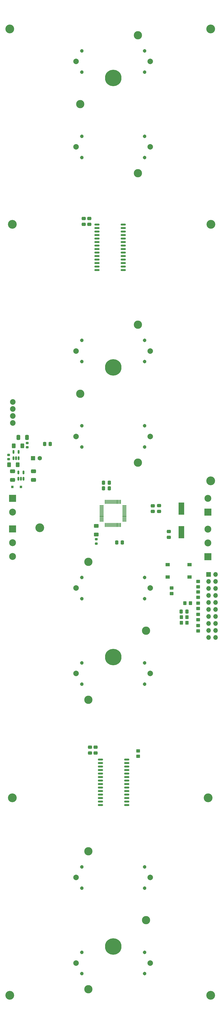
<source format=gbr>
%TF.GenerationSoftware,KiCad,Pcbnew,(6.0.6-0)*%
%TF.CreationDate,2022-11-06T01:46:37-08:00*%
%TF.ProjectId,Slave Board,536c6176-6520-4426-9f61-72642e6b6963,rev?*%
%TF.SameCoordinates,Original*%
%TF.FileFunction,Soldermask,Top*%
%TF.FilePolarity,Negative*%
%FSLAX46Y46*%
G04 Gerber Fmt 4.6, Leading zero omitted, Abs format (unit mm)*
G04 Created by KiCad (PCBNEW (6.0.6-0)) date 2022-11-06 01:46:37*
%MOMM*%
%LPD*%
G01*
G04 APERTURE LIST*
G04 Aperture macros list*
%AMRoundRect*
0 Rectangle with rounded corners*
0 $1 Rounding radius*
0 $2 $3 $4 $5 $6 $7 $8 $9 X,Y pos of 4 corners*
0 Add a 4 corners polygon primitive as box body*
4,1,4,$2,$3,$4,$5,$6,$7,$8,$9,$2,$3,0*
0 Add four circle primitives for the rounded corners*
1,1,$1+$1,$2,$3*
1,1,$1+$1,$4,$5*
1,1,$1+$1,$6,$7*
1,1,$1+$1,$8,$9*
0 Add four rect primitives between the rounded corners*
20,1,$1+$1,$2,$3,$4,$5,0*
20,1,$1+$1,$4,$5,$6,$7,0*
20,1,$1+$1,$6,$7,$8,$9,0*
20,1,$1+$1,$8,$9,$2,$3,0*%
G04 Aperture macros list end*
%ADD10RoundRect,0.250000X0.337500X0.475000X-0.337500X0.475000X-0.337500X-0.475000X0.337500X-0.475000X0*%
%ADD11RoundRect,0.250000X-0.350000X-0.450000X0.350000X-0.450000X0.350000X0.450000X-0.350000X0.450000X0*%
%ADD12RoundRect,0.250000X0.400000X0.625000X-0.400000X0.625000X-0.400000X-0.625000X0.400000X-0.625000X0*%
%ADD13RoundRect,0.075000X0.662500X0.075000X-0.662500X0.075000X-0.662500X-0.075000X0.662500X-0.075000X0*%
%ADD14RoundRect,0.075000X0.075000X0.662500X-0.075000X0.662500X-0.075000X-0.662500X0.075000X-0.662500X0*%
%ADD15C,3.200000*%
%ADD16RoundRect,0.250000X0.350000X0.450000X-0.350000X0.450000X-0.350000X-0.450000X0.350000X-0.450000X0*%
%ADD17C,3.000000*%
%ADD18C,2.000000*%
%ADD19C,6.000000*%
%ADD20C,1.305560*%
%ADD21RoundRect,0.218750X0.256250X-0.218750X0.256250X0.218750X-0.256250X0.218750X-0.256250X-0.218750X0*%
%ADD22R,1.700000X1.700000*%
%ADD23O,1.700000X1.700000*%
%ADD24RoundRect,0.250000X-0.412500X-0.650000X0.412500X-0.650000X0.412500X0.650000X-0.412500X0.650000X0*%
%ADD25RoundRect,0.218750X-0.256250X0.218750X-0.256250X-0.218750X0.256250X-0.218750X0.256250X0.218750X0*%
%ADD26RoundRect,0.150000X-0.750000X-0.150000X0.750000X-0.150000X0.750000X0.150000X-0.750000X0.150000X0*%
%ADD27RoundRect,0.150000X0.150000X-0.512500X0.150000X0.512500X-0.150000X0.512500X-0.150000X-0.512500X0*%
%ADD28RoundRect,0.250000X0.475000X-0.337500X0.475000X0.337500X-0.475000X0.337500X-0.475000X-0.337500X0*%
%ADD29RoundRect,0.250000X-0.650000X0.412500X-0.650000X-0.412500X0.650000X-0.412500X0.650000X0.412500X0*%
%ADD30RoundRect,0.250000X0.450000X-0.350000X0.450000X0.350000X-0.450000X0.350000X-0.450000X-0.350000X0*%
%ADD31RoundRect,0.250000X-0.400000X-0.625000X0.400000X-0.625000X0.400000X0.625000X-0.400000X0.625000X0*%
%ADD32C,2.020000*%
%ADD33RoundRect,0.250000X-0.450000X0.350000X-0.450000X-0.350000X0.450000X-0.350000X0.450000X0.350000X0*%
%ADD34R,2.500000X2.500000*%
%ADD35C,2.500000*%
%ADD36RoundRect,0.250000X-0.337500X-0.475000X0.337500X-0.475000X0.337500X0.475000X-0.337500X0.475000X0*%
%ADD37R,1.600000X1.600000*%
%ADD38C,1.600000*%
%ADD39RoundRect,0.250000X-0.625000X0.400000X-0.625000X-0.400000X0.625000X-0.400000X0.625000X0.400000X0*%
%ADD40RoundRect,0.250000X0.650000X-0.412500X0.650000X0.412500X-0.650000X0.412500X-0.650000X-0.412500X0*%
%ADD41R,1.550000X1.300000*%
%ADD42R,2.000000X4.500000*%
%ADD43R,0.900000X0.950000*%
G04 APERTURE END LIST*
D10*
%TO.C,C25*%
X222037500Y-180000000D03*
X219962500Y-180000000D03*
%TD*%
D11*
%TO.C,R18*%
X269764000Y-242824000D03*
X271764000Y-242824000D03*
%TD*%
D12*
%TO.C,R21*%
X210134800Y-187553600D03*
X207034800Y-187553600D03*
%TD*%
D13*
%TO.C,U1*%
X249018500Y-207982000D03*
X249018500Y-207482000D03*
X249018500Y-206982000D03*
X249018500Y-206482000D03*
X249018500Y-205982000D03*
X249018500Y-205482000D03*
X249018500Y-204982000D03*
X249018500Y-204482000D03*
X249018500Y-203982000D03*
X249018500Y-203482000D03*
X249018500Y-202982000D03*
X249018500Y-202482000D03*
D14*
X247606000Y-201069500D03*
X247106000Y-201069500D03*
X246606000Y-201069500D03*
X246106000Y-201069500D03*
X245606000Y-201069500D03*
X245106000Y-201069500D03*
X244606000Y-201069500D03*
X244106000Y-201069500D03*
X243606000Y-201069500D03*
X243106000Y-201069500D03*
X242606000Y-201069500D03*
X242106000Y-201069500D03*
D13*
X240693500Y-202482000D03*
X240693500Y-202982000D03*
X240693500Y-203482000D03*
X240693500Y-203982000D03*
X240693500Y-204482000D03*
X240693500Y-204982000D03*
X240693500Y-205482000D03*
X240693500Y-205982000D03*
X240693500Y-206482000D03*
X240693500Y-206982000D03*
X240693500Y-207482000D03*
X240693500Y-207982000D03*
D14*
X242106000Y-209394500D03*
X242606000Y-209394500D03*
X243106000Y-209394500D03*
X243606000Y-209394500D03*
X244106000Y-209394500D03*
X244606000Y-209394500D03*
X245106000Y-209394500D03*
X245606000Y-209394500D03*
X246106000Y-209394500D03*
X246606000Y-209394500D03*
X247106000Y-209394500D03*
X247606000Y-209394500D03*
%TD*%
D15*
%TO.C,REF\u002A\u002A*%
X208200000Y-100400000D03*
%TD*%
D16*
%TO.C,R16*%
X271764000Y-244856000D03*
X269764000Y-244856000D03*
%TD*%
D17*
%TO.C,M4*%
X235920000Y-377789500D03*
X256920000Y-352789500D03*
D18*
X231420000Y-368289500D03*
X231420000Y-337289500D03*
D19*
X244920000Y-362289500D03*
D18*
X258420000Y-337289500D03*
X258420000Y-368289500D03*
D17*
X235920000Y-327789500D03*
D20*
X256350000Y-372159500D03*
X256350000Y-364409500D03*
X233490000Y-364409500D03*
X233490000Y-372159500D03*
X233490000Y-333419500D03*
X233490000Y-341169500D03*
X256350000Y-341169500D03*
X256350000Y-333419500D03*
%TD*%
D15*
%TO.C,REF\u002A\u002A*%
X280480000Y-100400000D03*
%TD*%
D18*
%TO.C,M2*%
X231420000Y-146292000D03*
D19*
X244920000Y-152292000D03*
D17*
X232920000Y-161792000D03*
X253920000Y-136792000D03*
D18*
X258420000Y-177292000D03*
D17*
X253920000Y-186792000D03*
D18*
X231420000Y-177292000D03*
X258420000Y-146292000D03*
D20*
X233490000Y-142422000D03*
X233490000Y-150172000D03*
X256350000Y-150172000D03*
X256350000Y-142422000D03*
X256350000Y-181162000D03*
X256350000Y-173412000D03*
X233490000Y-173412000D03*
X233490000Y-181162000D03*
%TD*%
D21*
%TO.C,D4*%
X238760000Y-216179500D03*
X238760000Y-214604500D03*
%TD*%
D22*
%TO.C,J1*%
X279649000Y-227335000D03*
D23*
X282189000Y-227335000D03*
X279649000Y-229875000D03*
X282189000Y-229875000D03*
X279649000Y-232415000D03*
X282189000Y-232415000D03*
X279649000Y-234955000D03*
X282189000Y-234955000D03*
X279649000Y-237495000D03*
X282189000Y-237495000D03*
X279649000Y-240035000D03*
X282189000Y-240035000D03*
X279649000Y-242575000D03*
X282189000Y-242575000D03*
X279649000Y-245115000D03*
X282189000Y-245115000D03*
X279649000Y-247655000D03*
X282189000Y-247655000D03*
X279649000Y-250195000D03*
X282189000Y-250195000D03*
%TD*%
D24*
%TO.C,C17*%
X210400500Y-177673000D03*
X213525500Y-177673000D03*
%TD*%
D25*
%TO.C,D3*%
X213614000Y-179679500D03*
X213614000Y-181254500D03*
%TD*%
D15*
%TO.C,REF\u002A\u002A*%
X208200000Y-308400000D03*
%TD*%
D17*
%TO.C,M1*%
X232920000Y-56792000D03*
D18*
X258420000Y-72292000D03*
X258420000Y-41292000D03*
D17*
X253920000Y-31792000D03*
D18*
X231420000Y-41292000D03*
X231420000Y-72292000D03*
D17*
X253920000Y-81792000D03*
D19*
X244920000Y-47292000D03*
D20*
X233490000Y-37422000D03*
X233490000Y-45172000D03*
X256350000Y-45172000D03*
X256350000Y-37422000D03*
X256350000Y-76162000D03*
X256350000Y-68412000D03*
X233490000Y-68412000D03*
X233490000Y-76162000D03*
%TD*%
D18*
%TO.C,M3*%
X258420000Y-263292000D03*
X231420000Y-232292000D03*
D19*
X244920000Y-257292000D03*
D17*
X235920000Y-222792000D03*
X235920000Y-272792000D03*
X256920000Y-247792000D03*
D18*
X231420000Y-263292000D03*
X258420000Y-232292000D03*
D20*
X256350000Y-267162000D03*
X256350000Y-259412000D03*
X233490000Y-259412000D03*
X233490000Y-267162000D03*
X233490000Y-228422000D03*
X233490000Y-236172000D03*
X256350000Y-236172000D03*
X256350000Y-228422000D03*
%TD*%
D26*
%TO.C,U2*%
X239040000Y-100457000D03*
X239040000Y-101727000D03*
X239040000Y-102997000D03*
X239040000Y-104267000D03*
X239040000Y-105537000D03*
X239040000Y-106807000D03*
X239040000Y-108077000D03*
X239040000Y-109347000D03*
X239040000Y-110617000D03*
X239040000Y-111887000D03*
X239040000Y-113157000D03*
X239040000Y-114427000D03*
X239040000Y-115697000D03*
X239040000Y-116967000D03*
X248640000Y-116967000D03*
X248640000Y-115697000D03*
X248640000Y-114427000D03*
X248640000Y-113157000D03*
X248640000Y-111887000D03*
X248640000Y-110617000D03*
X248640000Y-109347000D03*
X248640000Y-108077000D03*
X248640000Y-106807000D03*
X248640000Y-105537000D03*
X248640000Y-104267000D03*
X248640000Y-102997000D03*
X248640000Y-101727000D03*
X248640000Y-100457000D03*
%TD*%
D27*
%TO.C,U13*%
X208600000Y-185160500D03*
X209550000Y-185160500D03*
X210500000Y-185160500D03*
X210500000Y-182885500D03*
X208600000Y-182885500D03*
%TD*%
D28*
%TO.C,C24*%
X238506000Y-292121500D03*
X238506000Y-290046500D03*
%TD*%
D29*
%TO.C,C15*%
X208280000Y-189953500D03*
X208280000Y-193078500D03*
%TD*%
D15*
%TO.C,REF\u002A\u002A*%
X218200000Y-210400000D03*
%TD*%
%TO.C,REF\u002A\u002A*%
X280416000Y-29464000D03*
%TD*%
%TO.C,REF\u002A\u002A*%
X207264000Y-29464000D03*
%TD*%
D30*
%TO.C,R1*%
X275844000Y-235696000D03*
X275844000Y-233696000D03*
%TD*%
D31*
%TO.C,R14*%
X208762000Y-180721000D03*
X211862000Y-180721000D03*
%TD*%
D32*
%TO.C,J6*%
X208381600Y-164820600D03*
X208381600Y-167360600D03*
X208381600Y-169900600D03*
X208381600Y-172440600D03*
%TD*%
D33*
%TO.C,R3*%
X275844000Y-241824000D03*
X275844000Y-243824000D03*
%TD*%
D34*
%TO.C,J4*%
X208280000Y-199792000D03*
D35*
X208280000Y-204792000D03*
%TD*%
D36*
%TO.C,C16*%
X241405500Y-196088000D03*
X243480500Y-196088000D03*
%TD*%
D28*
%TO.C,C2*%
X261620000Y-204491500D03*
X261620000Y-202416500D03*
%TD*%
D30*
%TO.C,R2*%
X275844000Y-247872000D03*
X275844000Y-245872000D03*
%TD*%
D15*
%TO.C,REF\u002A\u002A*%
X280416000Y-379984000D03*
%TD*%
%TO.C,REF\u002A\u002A*%
X207264000Y-379984000D03*
%TD*%
D37*
%TO.C,C20*%
X215747600Y-185166000D03*
D38*
X218247600Y-185166000D03*
%TD*%
D30*
%TO.C,R23*%
X254000000Y-293354000D03*
X254000000Y-291354000D03*
%TD*%
D25*
%TO.C,D2*%
X206883000Y-183997500D03*
X206883000Y-185572500D03*
%TD*%
D16*
%TO.C,R15*%
X273034000Y-237744000D03*
X271034000Y-237744000D03*
%TD*%
D28*
%TO.C,C22*%
X236474000Y-292121500D03*
X236474000Y-290046500D03*
%TD*%
D33*
%TO.C,R4*%
X275844000Y-237760000D03*
X275844000Y-239760000D03*
%TD*%
D10*
%TO.C,C18*%
X271801500Y-240792000D03*
X269726500Y-240792000D03*
%TD*%
D39*
%TO.C,R22*%
X238760000Y-209778000D03*
X238760000Y-212878000D03*
%TD*%
D28*
%TO.C,C21*%
X236220000Y-100351500D03*
X236220000Y-98276500D03*
%TD*%
D15*
%TO.C,REF\u002A\u002A*%
X279480000Y-308400000D03*
%TD*%
D10*
%TO.C,C5*%
X243480500Y-194056000D03*
X241405500Y-194056000D03*
%TD*%
D40*
%TO.C,C14*%
X215900000Y-193078500D03*
X215900000Y-189953500D03*
%TD*%
D28*
%TO.C,C1*%
X265176000Y-213889500D03*
X265176000Y-211814500D03*
%TD*%
D41*
%TO.C,SW1*%
X272707000Y-228310000D03*
X264757000Y-228310000D03*
X272707000Y-223810000D03*
X264757000Y-223810000D03*
%TD*%
D36*
%TO.C,C4*%
X246212500Y-215750000D03*
X248287500Y-215750000D03*
%TD*%
D34*
%TO.C,J5*%
X279400000Y-220900000D03*
D35*
X279400000Y-215900000D03*
X279400000Y-210900000D03*
%TD*%
D42*
%TO.C,Y1*%
X269748000Y-203522000D03*
X269748000Y-212022000D03*
%TD*%
D15*
%TO.C,REF\u002A\u002A*%
X280400000Y-193400000D03*
%TD*%
D34*
%TO.C,J2*%
X279400000Y-204724000D03*
D35*
X279400000Y-199724000D03*
%TD*%
D28*
%TO.C,C3*%
X259334000Y-204537500D03*
X259334000Y-202462500D03*
%TD*%
D27*
%TO.C,U12*%
X210378000Y-192653500D03*
X211328000Y-192653500D03*
X212278000Y-192653500D03*
X212278000Y-190378500D03*
X210378000Y-190378500D03*
%TD*%
D26*
%TO.C,U3*%
X240310000Y-294513000D03*
X240310000Y-295783000D03*
X240310000Y-297053000D03*
X240310000Y-298323000D03*
X240310000Y-299593000D03*
X240310000Y-300863000D03*
X240310000Y-302133000D03*
X240310000Y-303403000D03*
X240310000Y-304673000D03*
X240310000Y-305943000D03*
X240310000Y-307213000D03*
X240310000Y-308483000D03*
X240310000Y-309753000D03*
X240310000Y-311023000D03*
X249910000Y-311023000D03*
X249910000Y-309753000D03*
X249910000Y-308483000D03*
X249910000Y-307213000D03*
X249910000Y-305943000D03*
X249910000Y-304673000D03*
X249910000Y-303403000D03*
X249910000Y-302133000D03*
X249910000Y-300863000D03*
X249910000Y-299593000D03*
X249910000Y-298323000D03*
X249910000Y-297053000D03*
X249910000Y-295783000D03*
X249910000Y-294513000D03*
%TD*%
D28*
%TO.C,C23*%
X234188000Y-100351500D03*
X234188000Y-98276500D03*
%TD*%
D30*
%TO.C,R20*%
X266192000Y-234299000D03*
X266192000Y-232299000D03*
%TD*%
D43*
%TO.C,D1*%
X211379000Y-195580000D03*
X208229000Y-195580000D03*
%TD*%
D30*
%TO.C,R19*%
X275844000Y-231886000D03*
X275844000Y-229886000D03*
%TD*%
D34*
%TO.C,J3*%
X208280000Y-210820000D03*
D35*
X208280000Y-215820000D03*
X208280000Y-220820000D03*
%TD*%
M02*

</source>
